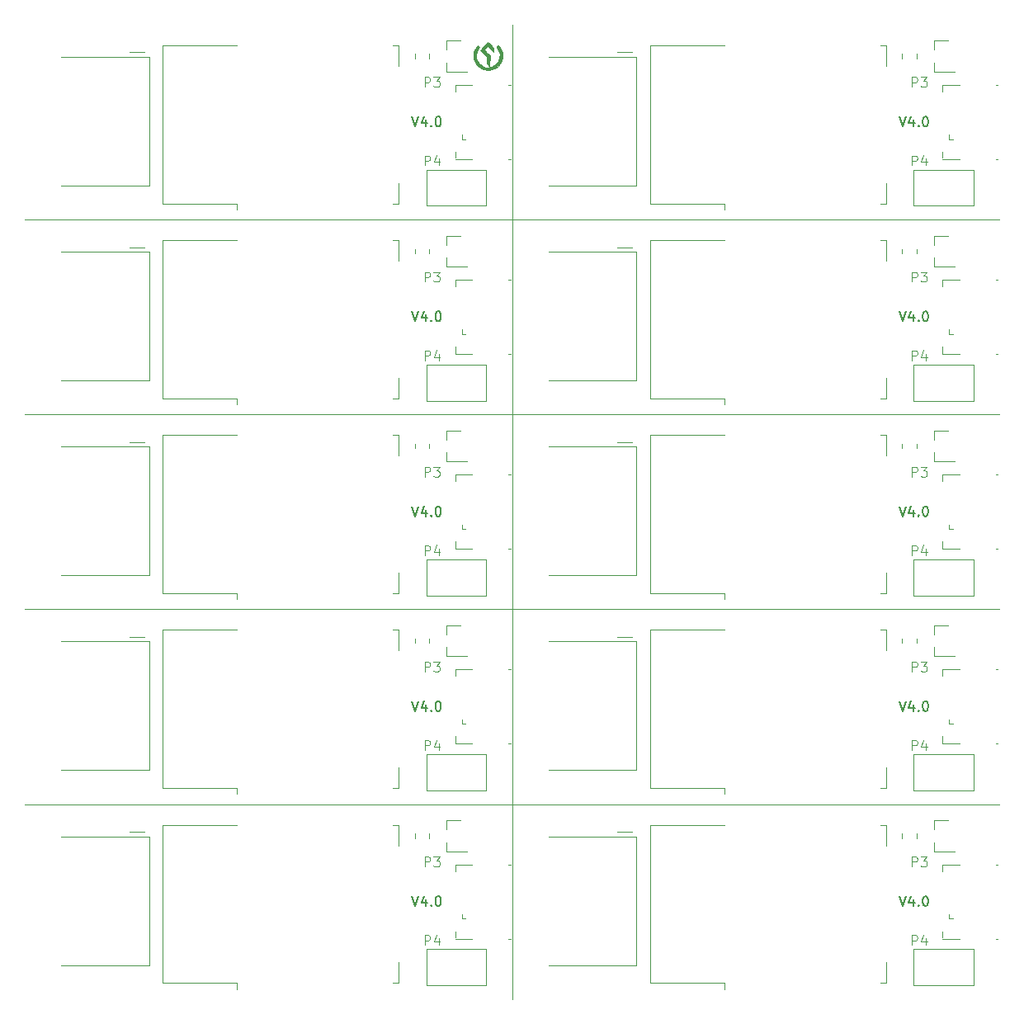
<source format=gbr>
%TF.GenerationSoftware,KiCad,Pcbnew,(5.1.9)-1*%
%TF.CreationDate,2021-09-18T19:38:26+02:00*%
%TF.ProjectId,IM350_AM550_5V_V4.0_multi,494d3335-305f-4414-9d35-35305f35565f,rev?*%
%TF.SameCoordinates,Original*%
%TF.FileFunction,Legend,Top*%
%TF.FilePolarity,Positive*%
%FSLAX46Y46*%
G04 Gerber Fmt 4.6, Leading zero omitted, Abs format (unit mm)*
G04 Created by KiCad (PCBNEW (5.1.9)-1) date 2021-09-18 19:38:26*
%MOMM*%
%LPD*%
G01*
G04 APERTURE LIST*
%ADD10C,0.120000*%
%ADD11C,0.200000*%
%ADD12C,0.100000*%
%ADD13C,0.010000*%
G04 APERTURE END LIST*
D10*
X120000000Y-40000000D02*
X120000000Y-140000000D01*
X70000000Y-120000000D02*
X170000000Y-120000000D01*
X70000000Y-100000000D02*
X170000000Y-100000000D01*
X70000000Y-80000000D02*
X170000000Y-80000000D01*
X70000000Y-60000000D02*
X170000000Y-60000000D01*
D11*
X159726190Y-129452380D02*
X160059523Y-130452380D01*
X160392857Y-129452380D01*
X161154761Y-129785714D02*
X161154761Y-130452380D01*
X160916666Y-129404761D02*
X160678571Y-130119047D01*
X161297619Y-130119047D01*
X161678571Y-130357142D02*
X161726190Y-130404761D01*
X161678571Y-130452380D01*
X161630952Y-130404761D01*
X161678571Y-130357142D01*
X161678571Y-130452380D01*
X162345238Y-129452380D02*
X162440476Y-129452380D01*
X162535714Y-129500000D01*
X162583333Y-129547619D01*
X162630952Y-129642857D01*
X162678571Y-129833333D01*
X162678571Y-130071428D01*
X162630952Y-130261904D01*
X162583333Y-130357142D01*
X162535714Y-130404761D01*
X162440476Y-130452380D01*
X162345238Y-130452380D01*
X162250000Y-130404761D01*
X162202380Y-130357142D01*
X162154761Y-130261904D01*
X162107142Y-130071428D01*
X162107142Y-129833333D01*
X162154761Y-129642857D01*
X162202380Y-129547619D01*
X162250000Y-129500000D01*
X162345238Y-129452380D01*
X109726190Y-129452380D02*
X110059523Y-130452380D01*
X110392857Y-129452380D01*
X111154761Y-129785714D02*
X111154761Y-130452380D01*
X110916666Y-129404761D02*
X110678571Y-130119047D01*
X111297619Y-130119047D01*
X111678571Y-130357142D02*
X111726190Y-130404761D01*
X111678571Y-130452380D01*
X111630952Y-130404761D01*
X111678571Y-130357142D01*
X111678571Y-130452380D01*
X112345238Y-129452380D02*
X112440476Y-129452380D01*
X112535714Y-129500000D01*
X112583333Y-129547619D01*
X112630952Y-129642857D01*
X112678571Y-129833333D01*
X112678571Y-130071428D01*
X112630952Y-130261904D01*
X112583333Y-130357142D01*
X112535714Y-130404761D01*
X112440476Y-130452380D01*
X112345238Y-130452380D01*
X112250000Y-130404761D01*
X112202380Y-130357142D01*
X112154761Y-130261904D01*
X112107142Y-130071428D01*
X112107142Y-129833333D01*
X112154761Y-129642857D01*
X112202380Y-129547619D01*
X112250000Y-129500000D01*
X112345238Y-129452380D01*
X109726190Y-109452380D02*
X110059523Y-110452380D01*
X110392857Y-109452380D01*
X111154761Y-109785714D02*
X111154761Y-110452380D01*
X110916666Y-109404761D02*
X110678571Y-110119047D01*
X111297619Y-110119047D01*
X111678571Y-110357142D02*
X111726190Y-110404761D01*
X111678571Y-110452380D01*
X111630952Y-110404761D01*
X111678571Y-110357142D01*
X111678571Y-110452380D01*
X112345238Y-109452380D02*
X112440476Y-109452380D01*
X112535714Y-109500000D01*
X112583333Y-109547619D01*
X112630952Y-109642857D01*
X112678571Y-109833333D01*
X112678571Y-110071428D01*
X112630952Y-110261904D01*
X112583333Y-110357142D01*
X112535714Y-110404761D01*
X112440476Y-110452380D01*
X112345238Y-110452380D01*
X112250000Y-110404761D01*
X112202380Y-110357142D01*
X112154761Y-110261904D01*
X112107142Y-110071428D01*
X112107142Y-109833333D01*
X112154761Y-109642857D01*
X112202380Y-109547619D01*
X112250000Y-109500000D01*
X112345238Y-109452380D01*
X159726190Y-109452380D02*
X160059523Y-110452380D01*
X160392857Y-109452380D01*
X161154761Y-109785714D02*
X161154761Y-110452380D01*
X160916666Y-109404761D02*
X160678571Y-110119047D01*
X161297619Y-110119047D01*
X161678571Y-110357142D02*
X161726190Y-110404761D01*
X161678571Y-110452380D01*
X161630952Y-110404761D01*
X161678571Y-110357142D01*
X161678571Y-110452380D01*
X162345238Y-109452380D02*
X162440476Y-109452380D01*
X162535714Y-109500000D01*
X162583333Y-109547619D01*
X162630952Y-109642857D01*
X162678571Y-109833333D01*
X162678571Y-110071428D01*
X162630952Y-110261904D01*
X162583333Y-110357142D01*
X162535714Y-110404761D01*
X162440476Y-110452380D01*
X162345238Y-110452380D01*
X162250000Y-110404761D01*
X162202380Y-110357142D01*
X162154761Y-110261904D01*
X162107142Y-110071428D01*
X162107142Y-109833333D01*
X162154761Y-109642857D01*
X162202380Y-109547619D01*
X162250000Y-109500000D01*
X162345238Y-109452380D01*
X109726190Y-89452380D02*
X110059523Y-90452380D01*
X110392857Y-89452380D01*
X111154761Y-89785714D02*
X111154761Y-90452380D01*
X110916666Y-89404761D02*
X110678571Y-90119047D01*
X111297619Y-90119047D01*
X111678571Y-90357142D02*
X111726190Y-90404761D01*
X111678571Y-90452380D01*
X111630952Y-90404761D01*
X111678571Y-90357142D01*
X111678571Y-90452380D01*
X112345238Y-89452380D02*
X112440476Y-89452380D01*
X112535714Y-89500000D01*
X112583333Y-89547619D01*
X112630952Y-89642857D01*
X112678571Y-89833333D01*
X112678571Y-90071428D01*
X112630952Y-90261904D01*
X112583333Y-90357142D01*
X112535714Y-90404761D01*
X112440476Y-90452380D01*
X112345238Y-90452380D01*
X112250000Y-90404761D01*
X112202380Y-90357142D01*
X112154761Y-90261904D01*
X112107142Y-90071428D01*
X112107142Y-89833333D01*
X112154761Y-89642857D01*
X112202380Y-89547619D01*
X112250000Y-89500000D01*
X112345238Y-89452380D01*
X159726190Y-89452380D02*
X160059523Y-90452380D01*
X160392857Y-89452380D01*
X161154761Y-89785714D02*
X161154761Y-90452380D01*
X160916666Y-89404761D02*
X160678571Y-90119047D01*
X161297619Y-90119047D01*
X161678571Y-90357142D02*
X161726190Y-90404761D01*
X161678571Y-90452380D01*
X161630952Y-90404761D01*
X161678571Y-90357142D01*
X161678571Y-90452380D01*
X162345238Y-89452380D02*
X162440476Y-89452380D01*
X162535714Y-89500000D01*
X162583333Y-89547619D01*
X162630952Y-89642857D01*
X162678571Y-89833333D01*
X162678571Y-90071428D01*
X162630952Y-90261904D01*
X162583333Y-90357142D01*
X162535714Y-90404761D01*
X162440476Y-90452380D01*
X162345238Y-90452380D01*
X162250000Y-90404761D01*
X162202380Y-90357142D01*
X162154761Y-90261904D01*
X162107142Y-90071428D01*
X162107142Y-89833333D01*
X162154761Y-89642857D01*
X162202380Y-89547619D01*
X162250000Y-89500000D01*
X162345238Y-89452380D01*
X159726190Y-69452380D02*
X160059523Y-70452380D01*
X160392857Y-69452380D01*
X161154761Y-69785714D02*
X161154761Y-70452380D01*
X160916666Y-69404761D02*
X160678571Y-70119047D01*
X161297619Y-70119047D01*
X161678571Y-70357142D02*
X161726190Y-70404761D01*
X161678571Y-70452380D01*
X161630952Y-70404761D01*
X161678571Y-70357142D01*
X161678571Y-70452380D01*
X162345238Y-69452380D02*
X162440476Y-69452380D01*
X162535714Y-69500000D01*
X162583333Y-69547619D01*
X162630952Y-69642857D01*
X162678571Y-69833333D01*
X162678571Y-70071428D01*
X162630952Y-70261904D01*
X162583333Y-70357142D01*
X162535714Y-70404761D01*
X162440476Y-70452380D01*
X162345238Y-70452380D01*
X162250000Y-70404761D01*
X162202380Y-70357142D01*
X162154761Y-70261904D01*
X162107142Y-70071428D01*
X162107142Y-69833333D01*
X162154761Y-69642857D01*
X162202380Y-69547619D01*
X162250000Y-69500000D01*
X162345238Y-69452380D01*
X109726190Y-69452380D02*
X110059523Y-70452380D01*
X110392857Y-69452380D01*
X111154761Y-69785714D02*
X111154761Y-70452380D01*
X110916666Y-69404761D02*
X110678571Y-70119047D01*
X111297619Y-70119047D01*
X111678571Y-70357142D02*
X111726190Y-70404761D01*
X111678571Y-70452380D01*
X111630952Y-70404761D01*
X111678571Y-70357142D01*
X111678571Y-70452380D01*
X112345238Y-69452380D02*
X112440476Y-69452380D01*
X112535714Y-69500000D01*
X112583333Y-69547619D01*
X112630952Y-69642857D01*
X112678571Y-69833333D01*
X112678571Y-70071428D01*
X112630952Y-70261904D01*
X112583333Y-70357142D01*
X112535714Y-70404761D01*
X112440476Y-70452380D01*
X112345238Y-70452380D01*
X112250000Y-70404761D01*
X112202380Y-70357142D01*
X112154761Y-70261904D01*
X112107142Y-70071428D01*
X112107142Y-69833333D01*
X112154761Y-69642857D01*
X112202380Y-69547619D01*
X112250000Y-69500000D01*
X112345238Y-69452380D01*
X159726190Y-49452380D02*
X160059523Y-50452380D01*
X160392857Y-49452380D01*
X161154761Y-49785714D02*
X161154761Y-50452380D01*
X160916666Y-49404761D02*
X160678571Y-50119047D01*
X161297619Y-50119047D01*
X161678571Y-50357142D02*
X161726190Y-50404761D01*
X161678571Y-50452380D01*
X161630952Y-50404761D01*
X161678571Y-50357142D01*
X161678571Y-50452380D01*
X162345238Y-49452380D02*
X162440476Y-49452380D01*
X162535714Y-49500000D01*
X162583333Y-49547619D01*
X162630952Y-49642857D01*
X162678571Y-49833333D01*
X162678571Y-50071428D01*
X162630952Y-50261904D01*
X162583333Y-50357142D01*
X162535714Y-50404761D01*
X162440476Y-50452380D01*
X162345238Y-50452380D01*
X162250000Y-50404761D01*
X162202380Y-50357142D01*
X162154761Y-50261904D01*
X162107142Y-50071428D01*
X162107142Y-49833333D01*
X162154761Y-49642857D01*
X162202380Y-49547619D01*
X162250000Y-49500000D01*
X162345238Y-49452380D01*
X109726190Y-49452380D02*
X110059523Y-50452380D01*
X110392857Y-49452380D01*
X111154761Y-49785714D02*
X111154761Y-50452380D01*
X110916666Y-49404761D02*
X110678571Y-50119047D01*
X111297619Y-50119047D01*
X111678571Y-50357142D02*
X111726190Y-50404761D01*
X111678571Y-50452380D01*
X111630952Y-50404761D01*
X111678571Y-50357142D01*
X111678571Y-50452380D01*
X112345238Y-49452380D02*
X112440476Y-49452380D01*
X112535714Y-49500000D01*
X112583333Y-49547619D01*
X112630952Y-49642857D01*
X112678571Y-49833333D01*
X112678571Y-50071428D01*
X112630952Y-50261904D01*
X112583333Y-50357142D01*
X112535714Y-50404761D01*
X112440476Y-50452380D01*
X112345238Y-50452380D01*
X112250000Y-50404761D01*
X112202380Y-50357142D01*
X112154761Y-50261904D01*
X112107142Y-50071428D01*
X112107142Y-49833333D01*
X112154761Y-49642857D01*
X112202380Y-49547619D01*
X112250000Y-49500000D01*
X112345238Y-49452380D01*
D10*
%TO.C,Q1*%
X163240000Y-121670000D02*
X163240000Y-122600000D01*
X163240000Y-124830000D02*
X163240000Y-123900000D01*
X163240000Y-124830000D02*
X165400000Y-124830000D01*
X163240000Y-121670000D02*
X164700000Y-121670000D01*
%TO.C,R4*%
X111485000Y-123477064D02*
X111485000Y-123022936D01*
X110015000Y-123477064D02*
X110015000Y-123022936D01*
%TO.C,SW1*%
X111190000Y-134900000D02*
X117310000Y-134900000D01*
X117310000Y-134900000D02*
X117310000Y-138600000D01*
X117310000Y-138600000D02*
X111190000Y-138600000D01*
X111190000Y-138600000D02*
X111190000Y-134900000D01*
%TO.C,U2*%
X134130000Y-138370000D02*
X134130000Y-122130000D01*
X134130000Y-122130000D02*
X141750000Y-122130000D01*
X157750000Y-122130000D02*
X158370000Y-122130000D01*
X158370000Y-122130000D02*
X158370000Y-124250000D01*
X158370000Y-136250000D02*
X158370000Y-138370000D01*
X158370000Y-138370000D02*
X157750000Y-138370000D01*
X141750000Y-138370000D02*
X134130000Y-138370000D01*
X141750000Y-138370000D02*
X141750000Y-138980000D01*
%TO.C,J2*%
X80730000Y-122850000D02*
X82260000Y-122850000D01*
X73710000Y-123320000D02*
X82730000Y-123320000D01*
D12*
X73780000Y-123320000D02*
X73710000Y-123320000D01*
D10*
X82730000Y-136520000D02*
X73710000Y-136520000D01*
X82730000Y-123320000D02*
X82730000Y-136520000D01*
%TO.C,SW1*%
X161190000Y-138600000D02*
X161190000Y-134900000D01*
X167310000Y-138600000D02*
X161190000Y-138600000D01*
X167310000Y-134900000D02*
X167310000Y-138600000D01*
X161190000Y-134900000D02*
X167310000Y-134900000D01*
%TO.C,R4*%
X160015000Y-123477064D02*
X160015000Y-123022936D01*
X161485000Y-123477064D02*
X161485000Y-123022936D01*
%TO.C,J2*%
X132730000Y-123320000D02*
X132730000Y-136520000D01*
X132730000Y-136520000D02*
X123710000Y-136520000D01*
D12*
X123780000Y-123320000D02*
X123710000Y-123320000D01*
D10*
X123710000Y-123320000D02*
X132730000Y-123320000D01*
X130730000Y-122850000D02*
X132260000Y-122850000D01*
%TO.C,Q1*%
X113240000Y-121670000D02*
X114700000Y-121670000D01*
X113240000Y-124830000D02*
X115400000Y-124830000D01*
X113240000Y-124830000D02*
X113240000Y-123900000D01*
X113240000Y-121670000D02*
X113240000Y-122600000D01*
%TO.C,U2*%
X91750000Y-138370000D02*
X91750000Y-138980000D01*
X91750000Y-138370000D02*
X84130000Y-138370000D01*
X108370000Y-138370000D02*
X107750000Y-138370000D01*
X108370000Y-136250000D02*
X108370000Y-138370000D01*
X108370000Y-122130000D02*
X108370000Y-124250000D01*
X107750000Y-122130000D02*
X108370000Y-122130000D01*
X84130000Y-122130000D02*
X91750000Y-122130000D01*
X84130000Y-138370000D02*
X84130000Y-122130000D01*
%TO.C,J1*%
X114150000Y-133700000D02*
X114150000Y-133040000D01*
X115880000Y-133810000D02*
X114150000Y-133810000D01*
X119840000Y-126190000D02*
X119630000Y-126190000D01*
X119840000Y-133810000D02*
X119630000Y-133810000D01*
X115880000Y-126190000D02*
X114150000Y-126190000D01*
X114150000Y-126225000D02*
X114150000Y-126875000D01*
X114840000Y-131760000D02*
X114840000Y-131310000D01*
X114840000Y-131760000D02*
X115230000Y-131760000D01*
X164840000Y-131760000D02*
X165230000Y-131760000D01*
X164840000Y-131760000D02*
X164840000Y-131310000D01*
X164150000Y-126225000D02*
X164150000Y-126875000D01*
X165880000Y-126190000D02*
X164150000Y-126190000D01*
X169840000Y-133810000D02*
X169630000Y-133810000D01*
X169840000Y-126190000D02*
X169630000Y-126190000D01*
X165880000Y-133810000D02*
X164150000Y-133810000D01*
X164150000Y-133700000D02*
X164150000Y-133040000D01*
%TO.C,U2*%
X84130000Y-118370000D02*
X84130000Y-102130000D01*
X84130000Y-102130000D02*
X91750000Y-102130000D01*
X107750000Y-102130000D02*
X108370000Y-102130000D01*
X108370000Y-102130000D02*
X108370000Y-104250000D01*
X108370000Y-116250000D02*
X108370000Y-118370000D01*
X108370000Y-118370000D02*
X107750000Y-118370000D01*
X91750000Y-118370000D02*
X84130000Y-118370000D01*
X91750000Y-118370000D02*
X91750000Y-118980000D01*
%TO.C,J2*%
X130730000Y-102850000D02*
X132260000Y-102850000D01*
X123710000Y-103320000D02*
X132730000Y-103320000D01*
D12*
X123780000Y-103320000D02*
X123710000Y-103320000D01*
D10*
X132730000Y-116520000D02*
X123710000Y-116520000D01*
X132730000Y-103320000D02*
X132730000Y-116520000D01*
%TO.C,J1*%
X164150000Y-113700000D02*
X164150000Y-113040000D01*
X165880000Y-113810000D02*
X164150000Y-113810000D01*
X169840000Y-106190000D02*
X169630000Y-106190000D01*
X169840000Y-113810000D02*
X169630000Y-113810000D01*
X165880000Y-106190000D02*
X164150000Y-106190000D01*
X164150000Y-106225000D02*
X164150000Y-106875000D01*
X164840000Y-111760000D02*
X164840000Y-111310000D01*
X164840000Y-111760000D02*
X165230000Y-111760000D01*
%TO.C,Q1*%
X113240000Y-101670000D02*
X113240000Y-102600000D01*
X113240000Y-104830000D02*
X113240000Y-103900000D01*
X113240000Y-104830000D02*
X115400000Y-104830000D01*
X113240000Y-101670000D02*
X114700000Y-101670000D01*
%TO.C,J1*%
X114840000Y-111760000D02*
X115230000Y-111760000D01*
X114840000Y-111760000D02*
X114840000Y-111310000D01*
X114150000Y-106225000D02*
X114150000Y-106875000D01*
X115880000Y-106190000D02*
X114150000Y-106190000D01*
X119840000Y-113810000D02*
X119630000Y-113810000D01*
X119840000Y-106190000D02*
X119630000Y-106190000D01*
X115880000Y-113810000D02*
X114150000Y-113810000D01*
X114150000Y-113700000D02*
X114150000Y-113040000D01*
%TO.C,J2*%
X82730000Y-103320000D02*
X82730000Y-116520000D01*
X82730000Y-116520000D02*
X73710000Y-116520000D01*
D12*
X73780000Y-103320000D02*
X73710000Y-103320000D01*
D10*
X73710000Y-103320000D02*
X82730000Y-103320000D01*
X80730000Y-102850000D02*
X82260000Y-102850000D01*
%TO.C,SW1*%
X111190000Y-118600000D02*
X111190000Y-114900000D01*
X117310000Y-118600000D02*
X111190000Y-118600000D01*
X117310000Y-114900000D02*
X117310000Y-118600000D01*
X111190000Y-114900000D02*
X117310000Y-114900000D01*
%TO.C,R4*%
X110015000Y-103477064D02*
X110015000Y-103022936D01*
X111485000Y-103477064D02*
X111485000Y-103022936D01*
%TO.C,U2*%
X141750000Y-118370000D02*
X141750000Y-118980000D01*
X141750000Y-118370000D02*
X134130000Y-118370000D01*
X158370000Y-118370000D02*
X157750000Y-118370000D01*
X158370000Y-116250000D02*
X158370000Y-118370000D01*
X158370000Y-102130000D02*
X158370000Y-104250000D01*
X157750000Y-102130000D02*
X158370000Y-102130000D01*
X134130000Y-102130000D02*
X141750000Y-102130000D01*
X134130000Y-118370000D02*
X134130000Y-102130000D01*
%TO.C,SW1*%
X161190000Y-114900000D02*
X167310000Y-114900000D01*
X167310000Y-114900000D02*
X167310000Y-118600000D01*
X167310000Y-118600000D02*
X161190000Y-118600000D01*
X161190000Y-118600000D02*
X161190000Y-114900000D01*
%TO.C,Q1*%
X163240000Y-101670000D02*
X164700000Y-101670000D01*
X163240000Y-104830000D02*
X165400000Y-104830000D01*
X163240000Y-104830000D02*
X163240000Y-103900000D01*
X163240000Y-101670000D02*
X163240000Y-102600000D01*
%TO.C,R4*%
X161485000Y-103477064D02*
X161485000Y-103022936D01*
X160015000Y-103477064D02*
X160015000Y-103022936D01*
%TO.C,U2*%
X91750000Y-98370000D02*
X91750000Y-98980000D01*
X91750000Y-98370000D02*
X84130000Y-98370000D01*
X108370000Y-98370000D02*
X107750000Y-98370000D01*
X108370000Y-96250000D02*
X108370000Y-98370000D01*
X108370000Y-82130000D02*
X108370000Y-84250000D01*
X107750000Y-82130000D02*
X108370000Y-82130000D01*
X84130000Y-82130000D02*
X91750000Y-82130000D01*
X84130000Y-98370000D02*
X84130000Y-82130000D01*
%TO.C,Q1*%
X113240000Y-81670000D02*
X114700000Y-81670000D01*
X113240000Y-84830000D02*
X115400000Y-84830000D01*
X113240000Y-84830000D02*
X113240000Y-83900000D01*
X113240000Y-81670000D02*
X113240000Y-82600000D01*
%TO.C,R4*%
X111485000Y-83477064D02*
X111485000Y-83022936D01*
X110015000Y-83477064D02*
X110015000Y-83022936D01*
%TO.C,J2*%
X132730000Y-83320000D02*
X132730000Y-96520000D01*
X132730000Y-96520000D02*
X123710000Y-96520000D01*
D12*
X123780000Y-83320000D02*
X123710000Y-83320000D01*
D10*
X123710000Y-83320000D02*
X132730000Y-83320000D01*
X130730000Y-82850000D02*
X132260000Y-82850000D01*
%TO.C,J1*%
X164840000Y-91760000D02*
X165230000Y-91760000D01*
X164840000Y-91760000D02*
X164840000Y-91310000D01*
X164150000Y-86225000D02*
X164150000Y-86875000D01*
X165880000Y-86190000D02*
X164150000Y-86190000D01*
X169840000Y-93810000D02*
X169630000Y-93810000D01*
X169840000Y-86190000D02*
X169630000Y-86190000D01*
X165880000Y-93810000D02*
X164150000Y-93810000D01*
X164150000Y-93700000D02*
X164150000Y-93040000D01*
X114150000Y-93700000D02*
X114150000Y-93040000D01*
X115880000Y-93810000D02*
X114150000Y-93810000D01*
X119840000Y-86190000D02*
X119630000Y-86190000D01*
X119840000Y-93810000D02*
X119630000Y-93810000D01*
X115880000Y-86190000D02*
X114150000Y-86190000D01*
X114150000Y-86225000D02*
X114150000Y-86875000D01*
X114840000Y-91760000D02*
X114840000Y-91310000D01*
X114840000Y-91760000D02*
X115230000Y-91760000D01*
%TO.C,J2*%
X80730000Y-82850000D02*
X82260000Y-82850000D01*
X73710000Y-83320000D02*
X82730000Y-83320000D01*
D12*
X73780000Y-83320000D02*
X73710000Y-83320000D01*
D10*
X82730000Y-96520000D02*
X73710000Y-96520000D01*
X82730000Y-83320000D02*
X82730000Y-96520000D01*
%TO.C,SW1*%
X111190000Y-94900000D02*
X117310000Y-94900000D01*
X117310000Y-94900000D02*
X117310000Y-98600000D01*
X117310000Y-98600000D02*
X111190000Y-98600000D01*
X111190000Y-98600000D02*
X111190000Y-94900000D01*
%TO.C,U2*%
X134130000Y-98370000D02*
X134130000Y-82130000D01*
X134130000Y-82130000D02*
X141750000Y-82130000D01*
X157750000Y-82130000D02*
X158370000Y-82130000D01*
X158370000Y-82130000D02*
X158370000Y-84250000D01*
X158370000Y-96250000D02*
X158370000Y-98370000D01*
X158370000Y-98370000D02*
X157750000Y-98370000D01*
X141750000Y-98370000D02*
X134130000Y-98370000D01*
X141750000Y-98370000D02*
X141750000Y-98980000D01*
%TO.C,SW1*%
X161190000Y-98600000D02*
X161190000Y-94900000D01*
X167310000Y-98600000D02*
X161190000Y-98600000D01*
X167310000Y-94900000D02*
X167310000Y-98600000D01*
X161190000Y-94900000D02*
X167310000Y-94900000D01*
%TO.C,Q1*%
X163240000Y-81670000D02*
X163240000Y-82600000D01*
X163240000Y-84830000D02*
X163240000Y-83900000D01*
X163240000Y-84830000D02*
X165400000Y-84830000D01*
X163240000Y-81670000D02*
X164700000Y-81670000D01*
%TO.C,R4*%
X160015000Y-83477064D02*
X160015000Y-83022936D01*
X161485000Y-83477064D02*
X161485000Y-83022936D01*
%TO.C,J1*%
X114840000Y-71760000D02*
X115230000Y-71760000D01*
X114840000Y-71760000D02*
X114840000Y-71310000D01*
X114150000Y-66225000D02*
X114150000Y-66875000D01*
X115880000Y-66190000D02*
X114150000Y-66190000D01*
X119840000Y-73810000D02*
X119630000Y-73810000D01*
X119840000Y-66190000D02*
X119630000Y-66190000D01*
X115880000Y-73810000D02*
X114150000Y-73810000D01*
X114150000Y-73700000D02*
X114150000Y-73040000D01*
%TO.C,R4*%
X110015000Y-63477064D02*
X110015000Y-63022936D01*
X111485000Y-63477064D02*
X111485000Y-63022936D01*
%TO.C,SW1*%
X111190000Y-78600000D02*
X111190000Y-74900000D01*
X117310000Y-78600000D02*
X111190000Y-78600000D01*
X117310000Y-74900000D02*
X117310000Y-78600000D01*
X111190000Y-74900000D02*
X117310000Y-74900000D01*
%TO.C,J2*%
X82730000Y-63320000D02*
X82730000Y-76520000D01*
X82730000Y-76520000D02*
X73710000Y-76520000D01*
D12*
X73780000Y-63320000D02*
X73710000Y-63320000D01*
D10*
X73710000Y-63320000D02*
X82730000Y-63320000D01*
X80730000Y-62850000D02*
X82260000Y-62850000D01*
%TO.C,U2*%
X84130000Y-78370000D02*
X84130000Y-62130000D01*
X84130000Y-62130000D02*
X91750000Y-62130000D01*
X107750000Y-62130000D02*
X108370000Y-62130000D01*
X108370000Y-62130000D02*
X108370000Y-64250000D01*
X108370000Y-76250000D02*
X108370000Y-78370000D01*
X108370000Y-78370000D02*
X107750000Y-78370000D01*
X91750000Y-78370000D02*
X84130000Y-78370000D01*
X91750000Y-78370000D02*
X91750000Y-78980000D01*
%TO.C,Q1*%
X113240000Y-61670000D02*
X113240000Y-62600000D01*
X113240000Y-64830000D02*
X113240000Y-63900000D01*
X113240000Y-64830000D02*
X115400000Y-64830000D01*
X113240000Y-61670000D02*
X114700000Y-61670000D01*
%TO.C,J2*%
X130730000Y-62850000D02*
X132260000Y-62850000D01*
X123710000Y-63320000D02*
X132730000Y-63320000D01*
D12*
X123780000Y-63320000D02*
X123710000Y-63320000D01*
D10*
X132730000Y-76520000D02*
X123710000Y-76520000D01*
X132730000Y-63320000D02*
X132730000Y-76520000D01*
%TO.C,J1*%
X164150000Y-73700000D02*
X164150000Y-73040000D01*
X165880000Y-73810000D02*
X164150000Y-73810000D01*
X169840000Y-66190000D02*
X169630000Y-66190000D01*
X169840000Y-73810000D02*
X169630000Y-73810000D01*
X165880000Y-66190000D02*
X164150000Y-66190000D01*
X164150000Y-66225000D02*
X164150000Y-66875000D01*
X164840000Y-71760000D02*
X164840000Y-71310000D01*
X164840000Y-71760000D02*
X165230000Y-71760000D01*
%TO.C,R4*%
X161485000Y-63477064D02*
X161485000Y-63022936D01*
X160015000Y-63477064D02*
X160015000Y-63022936D01*
%TO.C,SW1*%
X161190000Y-74900000D02*
X167310000Y-74900000D01*
X167310000Y-74900000D02*
X167310000Y-78600000D01*
X167310000Y-78600000D02*
X161190000Y-78600000D01*
X161190000Y-78600000D02*
X161190000Y-74900000D01*
%TO.C,U2*%
X141750000Y-78370000D02*
X141750000Y-78980000D01*
X141750000Y-78370000D02*
X134130000Y-78370000D01*
X158370000Y-78370000D02*
X157750000Y-78370000D01*
X158370000Y-76250000D02*
X158370000Y-78370000D01*
X158370000Y-62130000D02*
X158370000Y-64250000D01*
X157750000Y-62130000D02*
X158370000Y-62130000D01*
X134130000Y-62130000D02*
X141750000Y-62130000D01*
X134130000Y-78370000D02*
X134130000Y-62130000D01*
%TO.C,Q1*%
X163240000Y-61670000D02*
X164700000Y-61670000D01*
X163240000Y-64830000D02*
X165400000Y-64830000D01*
X163240000Y-64830000D02*
X163240000Y-63900000D01*
X163240000Y-61670000D02*
X163240000Y-62600000D01*
%TO.C,J1*%
X164840000Y-51760000D02*
X165230000Y-51760000D01*
X164840000Y-51760000D02*
X164840000Y-51310000D01*
X164150000Y-46225000D02*
X164150000Y-46875000D01*
X165880000Y-46190000D02*
X164150000Y-46190000D01*
X169840000Y-53810000D02*
X169630000Y-53810000D01*
X169840000Y-46190000D02*
X169630000Y-46190000D01*
X165880000Y-53810000D02*
X164150000Y-53810000D01*
X164150000Y-53700000D02*
X164150000Y-53040000D01*
%TO.C,R4*%
X160015000Y-43477064D02*
X160015000Y-43022936D01*
X161485000Y-43477064D02*
X161485000Y-43022936D01*
%TO.C,SW1*%
X161190000Y-58600000D02*
X161190000Y-54900000D01*
X167310000Y-58600000D02*
X161190000Y-58600000D01*
X167310000Y-54900000D02*
X167310000Y-58600000D01*
X161190000Y-54900000D02*
X167310000Y-54900000D01*
%TO.C,J2*%
X132730000Y-43320000D02*
X132730000Y-56520000D01*
X132730000Y-56520000D02*
X123710000Y-56520000D01*
D12*
X123780000Y-43320000D02*
X123710000Y-43320000D01*
D10*
X123710000Y-43320000D02*
X132730000Y-43320000D01*
X130730000Y-42850000D02*
X132260000Y-42850000D01*
%TO.C,U2*%
X134130000Y-58370000D02*
X134130000Y-42130000D01*
X134130000Y-42130000D02*
X141750000Y-42130000D01*
X157750000Y-42130000D02*
X158370000Y-42130000D01*
X158370000Y-42130000D02*
X158370000Y-44250000D01*
X158370000Y-56250000D02*
X158370000Y-58370000D01*
X158370000Y-58370000D02*
X157750000Y-58370000D01*
X141750000Y-58370000D02*
X134130000Y-58370000D01*
X141750000Y-58370000D02*
X141750000Y-58980000D01*
%TO.C,Q1*%
X163240000Y-41670000D02*
X163240000Y-42600000D01*
X163240000Y-44830000D02*
X163240000Y-43900000D01*
X163240000Y-44830000D02*
X165400000Y-44830000D01*
X163240000Y-41670000D02*
X164700000Y-41670000D01*
D13*
%TO.C,G2*%
G36*
X116535721Y-42209435D02*
G01*
X116537866Y-42211375D01*
X116604817Y-42286657D01*
X116595708Y-42353819D01*
X116559374Y-42407520D01*
X116377523Y-42727944D01*
X116292344Y-43057789D01*
X116303128Y-43385435D01*
X116409165Y-43699266D01*
X116609746Y-43987661D01*
X116658987Y-44039121D01*
X116946721Y-44265232D01*
X117250936Y-44393030D01*
X117562476Y-44422517D01*
X117872184Y-44353691D01*
X118170903Y-44186554D01*
X118341012Y-44039121D01*
X118559653Y-43756935D01*
X118683887Y-43447085D01*
X118713004Y-43121188D01*
X118646294Y-42790865D01*
X118483048Y-42467732D01*
X118440625Y-42407520D01*
X118391303Y-42322038D01*
X118414827Y-42257739D01*
X118462133Y-42211375D01*
X118521211Y-42165269D01*
X118568578Y-42166078D01*
X118625623Y-42226835D01*
X118713740Y-42360574D01*
X118717989Y-42367273D01*
X118878882Y-42677772D01*
X118956368Y-42985697D01*
X118960214Y-43327694D01*
X118881906Y-43696720D01*
X118714004Y-44028877D01*
X118465857Y-44310382D01*
X118146814Y-44527448D01*
X118146350Y-44527686D01*
X117921101Y-44606666D01*
X117644920Y-44651299D01*
X117359849Y-44658785D01*
X117107932Y-44626330D01*
X117027457Y-44602133D01*
X116682359Y-44424160D01*
X116400483Y-44177474D01*
X116191445Y-43875345D01*
X116064859Y-43531041D01*
X116029313Y-43224600D01*
X116053461Y-42910499D01*
X116139957Y-42629218D01*
X116282626Y-42366300D01*
X116372138Y-42229885D01*
X116429846Y-42166955D01*
X116477219Y-42164482D01*
X116535721Y-42209435D01*
G37*
X116535721Y-42209435D02*
X116537866Y-42211375D01*
X116604817Y-42286657D01*
X116595708Y-42353819D01*
X116559374Y-42407520D01*
X116377523Y-42727944D01*
X116292344Y-43057789D01*
X116303128Y-43385435D01*
X116409165Y-43699266D01*
X116609746Y-43987661D01*
X116658987Y-44039121D01*
X116946721Y-44265232D01*
X117250936Y-44393030D01*
X117562476Y-44422517D01*
X117872184Y-44353691D01*
X118170903Y-44186554D01*
X118341012Y-44039121D01*
X118559653Y-43756935D01*
X118683887Y-43447085D01*
X118713004Y-43121188D01*
X118646294Y-42790865D01*
X118483048Y-42467732D01*
X118440625Y-42407520D01*
X118391303Y-42322038D01*
X118414827Y-42257739D01*
X118462133Y-42211375D01*
X118521211Y-42165269D01*
X118568578Y-42166078D01*
X118625623Y-42226835D01*
X118713740Y-42360574D01*
X118717989Y-42367273D01*
X118878882Y-42677772D01*
X118956368Y-42985697D01*
X118960214Y-43327694D01*
X118881906Y-43696720D01*
X118714004Y-44028877D01*
X118465857Y-44310382D01*
X118146814Y-44527448D01*
X118146350Y-44527686D01*
X117921101Y-44606666D01*
X117644920Y-44651299D01*
X117359849Y-44658785D01*
X117107932Y-44626330D01*
X117027457Y-44602133D01*
X116682359Y-44424160D01*
X116400483Y-44177474D01*
X116191445Y-43875345D01*
X116064859Y-43531041D01*
X116029313Y-43224600D01*
X116053461Y-42910499D01*
X116139957Y-42629218D01*
X116282626Y-42366300D01*
X116372138Y-42229885D01*
X116429846Y-42166955D01*
X116477219Y-42164482D01*
X116535721Y-42209435D01*
G36*
X117779165Y-42081368D02*
G01*
X117922541Y-42228132D01*
X118006383Y-42335007D01*
X118046412Y-42430367D01*
X118058347Y-42542588D01*
X118058800Y-42586129D01*
X118058800Y-42814729D01*
X117779910Y-42539304D01*
X117501021Y-42263879D01*
X117143125Y-42610765D01*
X117424914Y-42895526D01*
X117706704Y-43180287D01*
X117677800Y-44323827D01*
X117538100Y-44177833D01*
X117462902Y-44088234D01*
X117420737Y-43995446D01*
X117402329Y-43866256D01*
X117398400Y-43677552D01*
X117398400Y-43323264D01*
X117068200Y-42996000D01*
X116922691Y-42846271D01*
X116809914Y-42719731D01*
X116746276Y-42635298D01*
X116738000Y-42615196D01*
X116772075Y-42559273D01*
X116864170Y-42450142D01*
X116999088Y-42305036D01*
X117118765Y-42183432D01*
X117499531Y-41805209D01*
X117779165Y-42081368D01*
G37*
X117779165Y-42081368D02*
X117922541Y-42228132D01*
X118006383Y-42335007D01*
X118046412Y-42430367D01*
X118058347Y-42542588D01*
X118058800Y-42586129D01*
X118058800Y-42814729D01*
X117779910Y-42539304D01*
X117501021Y-42263879D01*
X117143125Y-42610765D01*
X117424914Y-42895526D01*
X117706704Y-43180287D01*
X117677800Y-44323827D01*
X117538100Y-44177833D01*
X117462902Y-44088234D01*
X117420737Y-43995446D01*
X117402329Y-43866256D01*
X117398400Y-43677552D01*
X117398400Y-43323264D01*
X117068200Y-42996000D01*
X116922691Y-42846271D01*
X116809914Y-42719731D01*
X116746276Y-42635298D01*
X116738000Y-42615196D01*
X116772075Y-42559273D01*
X116864170Y-42450142D01*
X116999088Y-42305036D01*
X117118765Y-42183432D01*
X117499531Y-41805209D01*
X117779165Y-42081368D01*
D10*
%TO.C,J2*%
X80730000Y-42850000D02*
X82260000Y-42850000D01*
X73710000Y-43320000D02*
X82730000Y-43320000D01*
D12*
X73780000Y-43320000D02*
X73710000Y-43320000D01*
D10*
X82730000Y-56520000D02*
X73710000Y-56520000D01*
X82730000Y-43320000D02*
X82730000Y-56520000D01*
%TO.C,SW1*%
X111190000Y-54900000D02*
X117310000Y-54900000D01*
X117310000Y-54900000D02*
X117310000Y-58600000D01*
X117310000Y-58600000D02*
X111190000Y-58600000D01*
X111190000Y-58600000D02*
X111190000Y-54900000D01*
%TO.C,J1*%
X114150000Y-53700000D02*
X114150000Y-53040000D01*
X115880000Y-53810000D02*
X114150000Y-53810000D01*
X119840000Y-46190000D02*
X119630000Y-46190000D01*
X119840000Y-53810000D02*
X119630000Y-53810000D01*
X115880000Y-46190000D02*
X114150000Y-46190000D01*
X114150000Y-46225000D02*
X114150000Y-46875000D01*
X114840000Y-51760000D02*
X114840000Y-51310000D01*
X114840000Y-51760000D02*
X115230000Y-51760000D01*
%TO.C,Q1*%
X113240000Y-41670000D02*
X114700000Y-41670000D01*
X113240000Y-44830000D02*
X115400000Y-44830000D01*
X113240000Y-44830000D02*
X113240000Y-43900000D01*
X113240000Y-41670000D02*
X113240000Y-42600000D01*
%TO.C,R4*%
X111485000Y-43477064D02*
X111485000Y-43022936D01*
X110015000Y-43477064D02*
X110015000Y-43022936D01*
%TO.C,U2*%
X91750000Y-58370000D02*
X91750000Y-58980000D01*
X91750000Y-58370000D02*
X84130000Y-58370000D01*
X108370000Y-58370000D02*
X107750000Y-58370000D01*
X108370000Y-56250000D02*
X108370000Y-58370000D01*
X108370000Y-42130000D02*
X108370000Y-44250000D01*
X107750000Y-42130000D02*
X108370000Y-42130000D01*
X84130000Y-42130000D02*
X91750000Y-42130000D01*
X84130000Y-58370000D02*
X84130000Y-42130000D01*
%TO.C,P4*%
D12*
X161011904Y-134452380D02*
X161011904Y-133452380D01*
X161392857Y-133452380D01*
X161488095Y-133500000D01*
X161535714Y-133547619D01*
X161583333Y-133642857D01*
X161583333Y-133785714D01*
X161535714Y-133880952D01*
X161488095Y-133928571D01*
X161392857Y-133976190D01*
X161011904Y-133976190D01*
X162440476Y-133785714D02*
X162440476Y-134452380D01*
X162202380Y-133404761D02*
X161964285Y-134119047D01*
X162583333Y-134119047D01*
X111011904Y-134452380D02*
X111011904Y-133452380D01*
X111392857Y-133452380D01*
X111488095Y-133500000D01*
X111535714Y-133547619D01*
X111583333Y-133642857D01*
X111583333Y-133785714D01*
X111535714Y-133880952D01*
X111488095Y-133928571D01*
X111392857Y-133976190D01*
X111011904Y-133976190D01*
X112440476Y-133785714D02*
X112440476Y-134452380D01*
X112202380Y-133404761D02*
X111964285Y-134119047D01*
X112583333Y-134119047D01*
%TO.C,P3*%
X161011904Y-126402380D02*
X161011904Y-125402380D01*
X161392857Y-125402380D01*
X161488095Y-125450000D01*
X161535714Y-125497619D01*
X161583333Y-125592857D01*
X161583333Y-125735714D01*
X161535714Y-125830952D01*
X161488095Y-125878571D01*
X161392857Y-125926190D01*
X161011904Y-125926190D01*
X161916666Y-125402380D02*
X162535714Y-125402380D01*
X162202380Y-125783333D01*
X162345238Y-125783333D01*
X162440476Y-125830952D01*
X162488095Y-125878571D01*
X162535714Y-125973809D01*
X162535714Y-126211904D01*
X162488095Y-126307142D01*
X162440476Y-126354761D01*
X162345238Y-126402380D01*
X162059523Y-126402380D01*
X161964285Y-126354761D01*
X161916666Y-126307142D01*
X111011904Y-126402380D02*
X111011904Y-125402380D01*
X111392857Y-125402380D01*
X111488095Y-125450000D01*
X111535714Y-125497619D01*
X111583333Y-125592857D01*
X111583333Y-125735714D01*
X111535714Y-125830952D01*
X111488095Y-125878571D01*
X111392857Y-125926190D01*
X111011904Y-125926190D01*
X111916666Y-125402380D02*
X112535714Y-125402380D01*
X112202380Y-125783333D01*
X112345238Y-125783333D01*
X112440476Y-125830952D01*
X112488095Y-125878571D01*
X112535714Y-125973809D01*
X112535714Y-126211904D01*
X112488095Y-126307142D01*
X112440476Y-126354761D01*
X112345238Y-126402380D01*
X112059523Y-126402380D01*
X111964285Y-126354761D01*
X111916666Y-126307142D01*
X111011904Y-106402380D02*
X111011904Y-105402380D01*
X111392857Y-105402380D01*
X111488095Y-105450000D01*
X111535714Y-105497619D01*
X111583333Y-105592857D01*
X111583333Y-105735714D01*
X111535714Y-105830952D01*
X111488095Y-105878571D01*
X111392857Y-105926190D01*
X111011904Y-105926190D01*
X111916666Y-105402380D02*
X112535714Y-105402380D01*
X112202380Y-105783333D01*
X112345238Y-105783333D01*
X112440476Y-105830952D01*
X112488095Y-105878571D01*
X112535714Y-105973809D01*
X112535714Y-106211904D01*
X112488095Y-106307142D01*
X112440476Y-106354761D01*
X112345238Y-106402380D01*
X112059523Y-106402380D01*
X111964285Y-106354761D01*
X111916666Y-106307142D01*
X161011904Y-106402380D02*
X161011904Y-105402380D01*
X161392857Y-105402380D01*
X161488095Y-105450000D01*
X161535714Y-105497619D01*
X161583333Y-105592857D01*
X161583333Y-105735714D01*
X161535714Y-105830952D01*
X161488095Y-105878571D01*
X161392857Y-105926190D01*
X161011904Y-105926190D01*
X161916666Y-105402380D02*
X162535714Y-105402380D01*
X162202380Y-105783333D01*
X162345238Y-105783333D01*
X162440476Y-105830952D01*
X162488095Y-105878571D01*
X162535714Y-105973809D01*
X162535714Y-106211904D01*
X162488095Y-106307142D01*
X162440476Y-106354761D01*
X162345238Y-106402380D01*
X162059523Y-106402380D01*
X161964285Y-106354761D01*
X161916666Y-106307142D01*
%TO.C,P4*%
X111011904Y-114452380D02*
X111011904Y-113452380D01*
X111392857Y-113452380D01*
X111488095Y-113500000D01*
X111535714Y-113547619D01*
X111583333Y-113642857D01*
X111583333Y-113785714D01*
X111535714Y-113880952D01*
X111488095Y-113928571D01*
X111392857Y-113976190D01*
X111011904Y-113976190D01*
X112440476Y-113785714D02*
X112440476Y-114452380D01*
X112202380Y-113404761D02*
X111964285Y-114119047D01*
X112583333Y-114119047D01*
X161011904Y-114452380D02*
X161011904Y-113452380D01*
X161392857Y-113452380D01*
X161488095Y-113500000D01*
X161535714Y-113547619D01*
X161583333Y-113642857D01*
X161583333Y-113785714D01*
X161535714Y-113880952D01*
X161488095Y-113928571D01*
X161392857Y-113976190D01*
X161011904Y-113976190D01*
X162440476Y-113785714D02*
X162440476Y-114452380D01*
X162202380Y-113404761D02*
X161964285Y-114119047D01*
X162583333Y-114119047D01*
%TO.C,P3*%
X111011904Y-86402380D02*
X111011904Y-85402380D01*
X111392857Y-85402380D01*
X111488095Y-85450000D01*
X111535714Y-85497619D01*
X111583333Y-85592857D01*
X111583333Y-85735714D01*
X111535714Y-85830952D01*
X111488095Y-85878571D01*
X111392857Y-85926190D01*
X111011904Y-85926190D01*
X111916666Y-85402380D02*
X112535714Y-85402380D01*
X112202380Y-85783333D01*
X112345238Y-85783333D01*
X112440476Y-85830952D01*
X112488095Y-85878571D01*
X112535714Y-85973809D01*
X112535714Y-86211904D01*
X112488095Y-86307142D01*
X112440476Y-86354761D01*
X112345238Y-86402380D01*
X112059523Y-86402380D01*
X111964285Y-86354761D01*
X111916666Y-86307142D01*
%TO.C,P4*%
X111011904Y-94452380D02*
X111011904Y-93452380D01*
X111392857Y-93452380D01*
X111488095Y-93500000D01*
X111535714Y-93547619D01*
X111583333Y-93642857D01*
X111583333Y-93785714D01*
X111535714Y-93880952D01*
X111488095Y-93928571D01*
X111392857Y-93976190D01*
X111011904Y-93976190D01*
X112440476Y-93785714D02*
X112440476Y-94452380D01*
X112202380Y-93404761D02*
X111964285Y-94119047D01*
X112583333Y-94119047D01*
%TO.C,P3*%
X161011904Y-86402380D02*
X161011904Y-85402380D01*
X161392857Y-85402380D01*
X161488095Y-85450000D01*
X161535714Y-85497619D01*
X161583333Y-85592857D01*
X161583333Y-85735714D01*
X161535714Y-85830952D01*
X161488095Y-85878571D01*
X161392857Y-85926190D01*
X161011904Y-85926190D01*
X161916666Y-85402380D02*
X162535714Y-85402380D01*
X162202380Y-85783333D01*
X162345238Y-85783333D01*
X162440476Y-85830952D01*
X162488095Y-85878571D01*
X162535714Y-85973809D01*
X162535714Y-86211904D01*
X162488095Y-86307142D01*
X162440476Y-86354761D01*
X162345238Y-86402380D01*
X162059523Y-86402380D01*
X161964285Y-86354761D01*
X161916666Y-86307142D01*
%TO.C,P4*%
X161011904Y-94452380D02*
X161011904Y-93452380D01*
X161392857Y-93452380D01*
X161488095Y-93500000D01*
X161535714Y-93547619D01*
X161583333Y-93642857D01*
X161583333Y-93785714D01*
X161535714Y-93880952D01*
X161488095Y-93928571D01*
X161392857Y-93976190D01*
X161011904Y-93976190D01*
X162440476Y-93785714D02*
X162440476Y-94452380D01*
X162202380Y-93404761D02*
X161964285Y-94119047D01*
X162583333Y-94119047D01*
%TO.C,P3*%
X111011904Y-66402380D02*
X111011904Y-65402380D01*
X111392857Y-65402380D01*
X111488095Y-65450000D01*
X111535714Y-65497619D01*
X111583333Y-65592857D01*
X111583333Y-65735714D01*
X111535714Y-65830952D01*
X111488095Y-65878571D01*
X111392857Y-65926190D01*
X111011904Y-65926190D01*
X111916666Y-65402380D02*
X112535714Y-65402380D01*
X112202380Y-65783333D01*
X112345238Y-65783333D01*
X112440476Y-65830952D01*
X112488095Y-65878571D01*
X112535714Y-65973809D01*
X112535714Y-66211904D01*
X112488095Y-66307142D01*
X112440476Y-66354761D01*
X112345238Y-66402380D01*
X112059523Y-66402380D01*
X111964285Y-66354761D01*
X111916666Y-66307142D01*
%TO.C,P4*%
X111011904Y-74452380D02*
X111011904Y-73452380D01*
X111392857Y-73452380D01*
X111488095Y-73500000D01*
X111535714Y-73547619D01*
X111583333Y-73642857D01*
X111583333Y-73785714D01*
X111535714Y-73880952D01*
X111488095Y-73928571D01*
X111392857Y-73976190D01*
X111011904Y-73976190D01*
X112440476Y-73785714D02*
X112440476Y-74452380D01*
X112202380Y-73404761D02*
X111964285Y-74119047D01*
X112583333Y-74119047D01*
%TO.C,P3*%
X161011904Y-66402380D02*
X161011904Y-65402380D01*
X161392857Y-65402380D01*
X161488095Y-65450000D01*
X161535714Y-65497619D01*
X161583333Y-65592857D01*
X161583333Y-65735714D01*
X161535714Y-65830952D01*
X161488095Y-65878571D01*
X161392857Y-65926190D01*
X161011904Y-65926190D01*
X161916666Y-65402380D02*
X162535714Y-65402380D01*
X162202380Y-65783333D01*
X162345238Y-65783333D01*
X162440476Y-65830952D01*
X162488095Y-65878571D01*
X162535714Y-65973809D01*
X162535714Y-66211904D01*
X162488095Y-66307142D01*
X162440476Y-66354761D01*
X162345238Y-66402380D01*
X162059523Y-66402380D01*
X161964285Y-66354761D01*
X161916666Y-66307142D01*
%TO.C,P4*%
X161011904Y-74452380D02*
X161011904Y-73452380D01*
X161392857Y-73452380D01*
X161488095Y-73500000D01*
X161535714Y-73547619D01*
X161583333Y-73642857D01*
X161583333Y-73785714D01*
X161535714Y-73880952D01*
X161488095Y-73928571D01*
X161392857Y-73976190D01*
X161011904Y-73976190D01*
X162440476Y-73785714D02*
X162440476Y-74452380D01*
X162202380Y-73404761D02*
X161964285Y-74119047D01*
X162583333Y-74119047D01*
%TO.C,P3*%
X161011904Y-46402380D02*
X161011904Y-45402380D01*
X161392857Y-45402380D01*
X161488095Y-45450000D01*
X161535714Y-45497619D01*
X161583333Y-45592857D01*
X161583333Y-45735714D01*
X161535714Y-45830952D01*
X161488095Y-45878571D01*
X161392857Y-45926190D01*
X161011904Y-45926190D01*
X161916666Y-45402380D02*
X162535714Y-45402380D01*
X162202380Y-45783333D01*
X162345238Y-45783333D01*
X162440476Y-45830952D01*
X162488095Y-45878571D01*
X162535714Y-45973809D01*
X162535714Y-46211904D01*
X162488095Y-46307142D01*
X162440476Y-46354761D01*
X162345238Y-46402380D01*
X162059523Y-46402380D01*
X161964285Y-46354761D01*
X161916666Y-46307142D01*
%TO.C,P4*%
X161011904Y-54452380D02*
X161011904Y-53452380D01*
X161392857Y-53452380D01*
X161488095Y-53500000D01*
X161535714Y-53547619D01*
X161583333Y-53642857D01*
X161583333Y-53785714D01*
X161535714Y-53880952D01*
X161488095Y-53928571D01*
X161392857Y-53976190D01*
X161011904Y-53976190D01*
X162440476Y-53785714D02*
X162440476Y-54452380D01*
X162202380Y-53404761D02*
X161964285Y-54119047D01*
X162583333Y-54119047D01*
%TO.C,P3*%
X111011904Y-46402380D02*
X111011904Y-45402380D01*
X111392857Y-45402380D01*
X111488095Y-45450000D01*
X111535714Y-45497619D01*
X111583333Y-45592857D01*
X111583333Y-45735714D01*
X111535714Y-45830952D01*
X111488095Y-45878571D01*
X111392857Y-45926190D01*
X111011904Y-45926190D01*
X111916666Y-45402380D02*
X112535714Y-45402380D01*
X112202380Y-45783333D01*
X112345238Y-45783333D01*
X112440476Y-45830952D01*
X112488095Y-45878571D01*
X112535714Y-45973809D01*
X112535714Y-46211904D01*
X112488095Y-46307142D01*
X112440476Y-46354761D01*
X112345238Y-46402380D01*
X112059523Y-46402380D01*
X111964285Y-46354761D01*
X111916666Y-46307142D01*
%TO.C,P4*%
X111011904Y-54452380D02*
X111011904Y-53452380D01*
X111392857Y-53452380D01*
X111488095Y-53500000D01*
X111535714Y-53547619D01*
X111583333Y-53642857D01*
X111583333Y-53785714D01*
X111535714Y-53880952D01*
X111488095Y-53928571D01*
X111392857Y-53976190D01*
X111011904Y-53976190D01*
X112440476Y-53785714D02*
X112440476Y-54452380D01*
X112202380Y-53404761D02*
X111964285Y-54119047D01*
X112583333Y-54119047D01*
%TD*%
M02*

</source>
